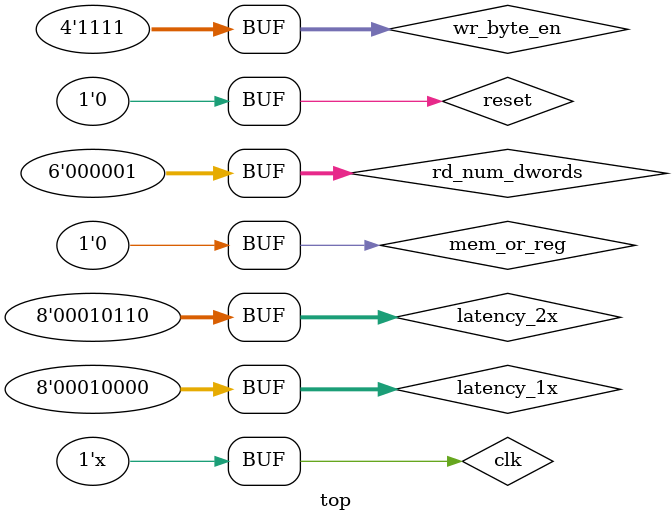
<source format=sv>
`include "s27ks0641.v"
`include "hyper_xface.v"



//including interfcae and testcase files
`include "interface.sv"

//-------------------------[NOTE]---------------------------------
//Particular testcase can be run by uncommenting, and commenting the rest
`include "random_test.sv"
//`include "wr_rd_test.sv"
//`include "default_rd_test.sv"
//----------------------------------------------------------------

module top();

//clock and reset signal declaration
  bit clk;
  bit reset;

//clock generation
initial begin
  clk = 0;
end	
always #5 clk = ~clk;

//reset generation
initial begin
	reset = 1;
	#5 reset = 0;
end
  
//creatinng instance of interface, inorder to connect DUT and testcase
mem_intf intf(clk,reset);
  
//Testcase instance, interface handle is passed to test as an argument
test t1(intf);

reg mem_or_reg;
reg [3:0] wr_byte_en;
reg [5:0] rd_num_dwords;
reg [7:0] latency_1x, latency_2x; 
wire burst_wr_rdy; //Not connected
initial begin
	mem_or_reg = 0;

    wr_byte_en = 4'hF;         // write 4 bytes
    rd_num_dwords = 6'h1;      // read 1 4 byte word

    latency_1x[7:0] = 8'h10;   // latency setup - not so important latency_1x because is configured to go at latency_2x
    latency_2x[7:0] = 8'd22;   // 22 edges = 6 cycles if configured at 166MHz * (2 latency_2x) * (2 controller is configured by each edge) - 2
end

wire [7:0] data_pins_in, data_pins_out, dram_dq;
wire dram_dq_oe_l, dram_rwds_in, dram_rwds_out, dram_rwds_oe_l, dram_ck, dram_rst_l, dram_cs_l, dram_rwds;

//DQ IO
assign data_pins_in[7:0] = dram_dq_oe_l ? dram_dq : 8'bz;
assign dram_dq[7:0] = ~dram_dq_oe_l ? data_pins_out : 8'bz;

//RWDS IO
assign dram_rwds = ~dram_rwds_oe_l ? dram_rwds_out : 1'bz;
assign dram_rwds_in = dram_rwds_oe_l ? dram_rwds : 1'bz;


hyper_xface controller_ip(
.clk				(intf.clk),
.rd_req				(intf.rd_req),
.wr_req				(intf.wr_req),
.mem_or_reg			(mem_or_reg),
.wr_byte_en			(wr_byte_en),
.rd_num_dwords		(rd_num_dwords),
.addr				(intf.addr),
.wr_d				(intf.wdata),
.rd_d				(intf.rdata),
.rd_rdy				(intf.rd_rdy),
.busy				(intf.busy),
.burst_wr_rdy		(burst_wr_rdy),

.dram_dq_in			(data_pins_in),
.dram_dq_out		(data_pins_out),
.dram_dq_oe_l		(dram_dq_oe_l),
.dram_rwds_in		(dram_rwds_in),
.dram_rwds_out		(dram_rwds_out),
.dram_rwds_oe_l		(dram_rwds_oe_l),
.dram_ck			(dram_ck),
.dram_rst_l			(dram_rst_l),
.dram_cs_l			(dram_cs_l)
);



s27ks0641 hyperRAM(
.DQ7      (dram_dq[7]),
.DQ6      (dram_dq[6]),
.DQ5      (dram_dq[5]),
.DQ4      (dram_dq[4]),
.DQ3      (dram_dq[3]),
.DQ2      (dram_dq[2]),
.DQ1      (dram_dq[1]),
.DQ0      (dram_dq[0]),
.RWDS     (dram_rwds),
.CSNeg    (dram_cs_l),
.CK       (dram_ck),
.CKNeg    (~dram_ck),
.RESETNeg (dram_rst_l)
);

//enabling the wave dump
  initial begin 
    $dumpfile("dump.vcd"); $dumpvars;
  end

endmodule

</source>
